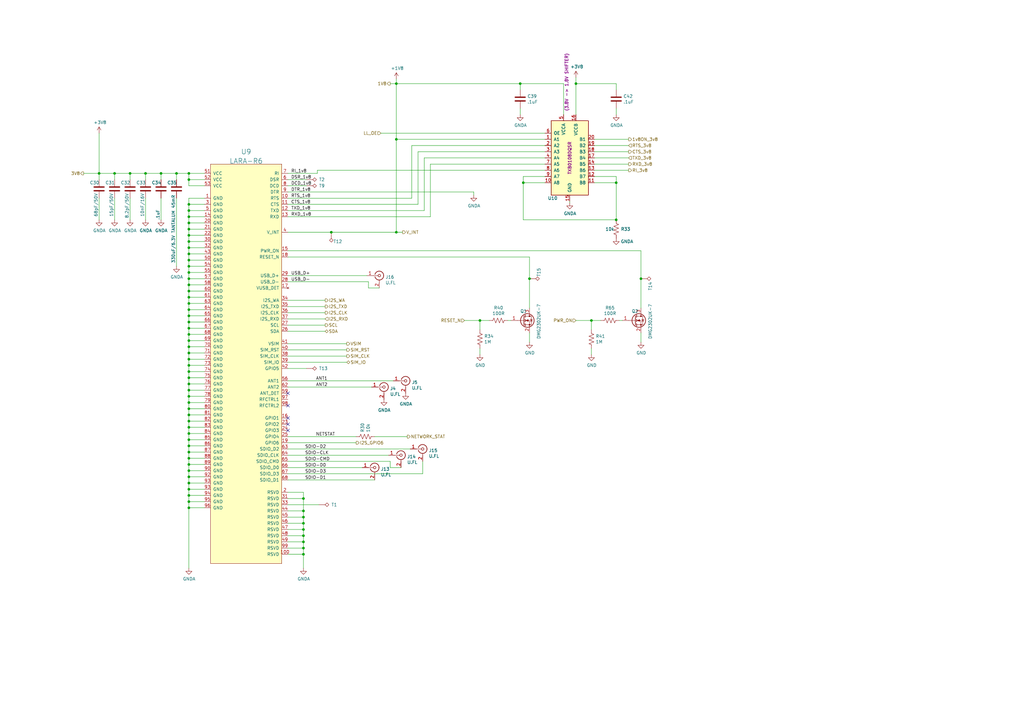
<source format=kicad_sch>
(kicad_sch (version 20211123) (generator eeschema)
  (paper "A3")
  (title_block (title "RCP 4G CELLULAR MODEM"))
  (lib_symbols
    (symbol "Connector:Conn_Coaxial" (pin_names (offset 1.016) hide)
      (property "Reference" "J" (at 0.254 3.048 0))
      (property "Value" "Conn_Coaxial" (at 2.921 0 90))
      (symbol "Conn_Coaxial_0_1"
        (arc (start -1.778 -0.508) (mid 0.222 -1.808) (end 1.778 0) (stroke (width 0.254)))
        (polyline (pts (xy -2.54 0) (xy -0.508 0)))
        (polyline (pts (xy 0 -2.54) (xy 0 -1.778)))
        (circle (center 0 0) (radius 0.508) (stroke (width 0.2032)))
        (arc (start 1.778 0) (mid 0.222 1.8083) (end -1.778 0.508) (stroke (width 0.254)))
      )
      (symbol "Conn_Coaxial_1_1"
        (pin passive line (at -5.08 0 0) (length 2.54) (name "In") (number "1"))
        (pin passive line (at 0 -5.08 90) (length 2.54) (name "Ext") (number "2"))
      )
    )
    (symbol "Connector:TestPoint_Alt" (pin_numbers hide) (pin_names (offset 0.762) hide)
      (property "Reference" "TP" (at 0 6.858 0))
      (property "Value" "TestPoint_Alt" (at 0 5.08 0))
      (symbol "TestPoint_Alt_0_1"
        (polyline (pts (xy 0 2.54) (xy -0.762 3.302) (xy 0 4.064) (xy 0.762 3.302) (xy 0 2.54)))
      )
      (symbol "TestPoint_Alt_1_1"
        (pin passive line (at 0 0 90) (length 2.54) (name "1") (number "1"))
      )
    )
    (symbol "Device:C" (pin_numbers hide) (pin_names (offset 0.254))
      (property "Reference" "C" (at 0.635 2.54 0))
      (property "Value" "C" (at 0.635 -2.54 0))
      (symbol "C_0_1"
        (polyline (pts (xy -2.032 -0.762) (xy 2.032 -0.762)) (stroke (width 0.508)))
        (polyline (pts (xy -2.032 0.762) (xy 2.032 0.762)) (stroke (width 0.508)))
      )
      (symbol "C_1_1"
        (pin passive line (at 0 3.81 270) (length 2.794) (name "~") (number "1"))
        (pin passive line (at 0 -3.81 90) (length 2.794) (name "~") (number "2"))
      )
    )
    (symbol "Device:Q_NMOS_GSD" (pin_names (offset 0) hide)
      (property "Reference" "Q" (at 5.08 1.27 0))
      (property "Value" "Q_NMOS_GSD" (at 5.08 -1.27 0))
      (symbol "Q_NMOS_GSD_0_1"
        (polyline (pts (xy 0.254 0) (xy -2.54 0)))
        (polyline (pts (xy 0.254 1.905) (xy 0.254 -1.905)) (stroke (width 0.254)))
        (polyline (pts (xy 0.762 -1.27) (xy 0.762 -2.286)) (stroke (width 0.254)))
        (polyline (pts (xy 0.762 0.508) (xy 0.762 -0.508)) (stroke (width 0.254)))
        (polyline (pts (xy 0.762 2.286) (xy 0.762 1.27)) (stroke (width 0.254)))
        (polyline (pts (xy 2.54 2.54) (xy 2.54 1.778)))
        (polyline (pts (xy 2.54 -2.54) (xy 2.54 0) (xy 0.762 0)))
        (polyline (pts (xy 0.762 -1.778) (xy 3.302 -1.778) (xy 3.302 1.778) (xy 0.762 1.778)))
        (polyline (pts (xy 1.016 0) (xy 2.032 0.381) (xy 2.032 -0.381) (xy 1.016 0)) (fill (type outline)))
        (polyline (pts (xy 2.794 0.508) (xy 2.921 0.381) (xy 3.683 0.381) (xy 3.81 0.254)))
        (polyline (pts (xy 3.302 0.381) (xy 2.921 -0.254) (xy 3.683 -0.254) (xy 3.302 0.381)))
        (circle (center 1.651 0) (radius 2.794) (stroke (width 0.254)))
        (circle (center 2.54 -1.778) (radius 0.254) (fill (type outline)))
        (circle (center 2.54 1.778) (radius 0.254) (fill (type outline)))
      )
      (symbol "Q_NMOS_GSD_1_1"
        (pin input line (at -5.08 0 0) (length 2.54) (name "G") (number "1"))
        (pin passive line (at 2.54 -5.08 90) (length 2.54) (name "S") (number "2"))
        (pin passive line (at 2.54 5.08 270) (length 2.54) (name "D") (number "3"))
      )
    )
    (symbol "Device:R_US" (pin_numbers hide) (pin_names (offset 0))
      (property "Reference" "R" (at 2.54 0 90))
      (property "Value" "R_US" (at -2.54 0 90))
      (symbol "R_US_0_1"
        (polyline (pts (xy 0 -2.286) (xy 0 -2.54)))
        (polyline (pts (xy 0 2.286) (xy 0 2.54)))
        (polyline (pts (xy 0 -0.762) (xy 1.016 -1.143) (xy 0 -1.524) (xy -1.016 -1.905) (xy 0 -2.286)))
        (polyline (pts (xy 0 0.762) (xy 1.016 0.381) (xy 0 0) (xy -1.016 -0.381) (xy 0 -0.762)))
        (polyline (pts (xy 0 2.286) (xy 1.016 1.905) (xy 0 1.524) (xy -1.016 1.143) (xy 0 0.762)))
      )
      (symbol "R_US_1_1"
        (pin passive line (at 0 3.81 270) (length 1.27) (name "~") (number "1"))
        (pin passive line (at 0 -3.81 90) (length 1.27) (name "~") (number "2"))
      )
    )
    (symbol "MyLibrary:LARA-R6" (pin_names (offset 1.016))
      (property "Reference" "U9" (at -14.605 121.92 0))
      (property "Value" "LARA-R6" (at -14.605 118.11 0))
      (symbol "LARA-R6_0_1"
        (rectangle (start -29.21 116.84) (end 0 -46.99) (fill (type background)))
      )
      (symbol "LARA-R6_1_1"
        (pin power_in line (at -31.75 102.87 0) (length 2.54) (name "GND") (number "1"))
        (pin input line (at 2.54 102.87 180) (length 2.54) (name "RTS") (number "10"))
        (pin bidirectional line (at 2.54 -43.18 180) (length 2.54) (name "RSVD") (number "100"))
        (pin output line (at 2.54 100.33 180) (length 2.54) (name "CTS") (number "11"))
        (pin input line (at 2.54 97.79 180) (length 2.54) (name "TXD") (number "12"))
        (pin output line (at 2.54 95.25 180) (length 2.54) (name "RXD") (number "13"))
        (pin power_in line (at -31.75 95.25 0) (length 2.54) (name "GND") (number "14"))
        (pin input line (at 2.54 81.28 180) (length 2.54) (name "PWR_ON") (number "15"))
        (pin bidirectional line (at 2.54 12.7 180) (length 2.54) (name "GPIO1") (number "16"))
        (pin no_connect line (at 2.54 66.04 180) (length 2.54) (name "VUSB_DET") (number "17"))
        (pin input line (at 2.54 78.74 180) (length 2.54) (name "RESET_N") (number "18"))
        (pin bidirectional line (at 2.54 2.54 180) (length 2.54) (name "GPIO6") (number "19"))
        (pin bidirectional line (at 2.54 -17.78 180) (length 2.54) (name "RSVD") (number "2"))
        (pin power_in line (at -31.75 92.71 0) (length 2.54) (name "GND") (number "20"))
        (pin power_in line (at -31.75 90.17 0) (length 2.54) (name "GND") (number "21"))
        (pin power_in line (at -31.75 87.63 0) (length 2.54) (name "GND") (number "22"))
        (pin bidirectional line (at 2.54 10.16 180) (length 2.54) (name "GPIO2") (number "23"))
        (pin bidirectional line (at 2.54 7.62 180) (length 2.54) (name "GPIO3") (number "24"))
        (pin bidirectional line (at 2.54 5.08 180) (length 2.54) (name "GPIO4") (number "25"))
        (pin bidirectional line (at 2.54 48.26 180) (length 2.54) (name "SDA") (number "26"))
        (pin output line (at 2.54 50.8 180) (length 2.54) (name "SCL") (number "27"))
        (pin bidirectional line (at 2.54 68.58 180) (length 2.54) (name "USB_D-") (number "28"))
        (pin bidirectional line (at 2.54 71.12 180) (length 2.54) (name "USB_D+") (number "29"))
        (pin bidirectional line (at -31.75 100.33 0) (length 2.54) (name "GND") (number "3"))
        (pin power_in line (at -31.75 85.09 0) (length 2.54) (name "GND") (number "30"))
        (pin bidirectional line (at 2.54 -20.32 180) (length 2.54) (name "RSVD") (number "31"))
        (pin power_in line (at -31.75 82.55 0) (length 2.54) (name "GND") (number "32"))
        (pin bidirectional line (at 2.54 -22.86 180) (length 2.54) (name "RSVD") (number "33"))
        (pin output line (at 2.54 60.96 180) (length 2.54) (name "I2S_WA") (number "34"))
        (pin output line (at 2.54 58.42 180) (length 2.54) (name "I2S_TXD") (number "35"))
        (pin output line (at 2.54 55.88 180) (length 2.54) (name "I2S_CLK") (number "36"))
        (pin input line (at 2.54 53.34 180) (length 2.54) (name "I2S_RXD") (number "37"))
        (pin output line (at 2.54 38.1 180) (length 2.54) (name "SIM_CLK") (number "38"))
        (pin bidirectional line (at 2.54 35.56 180) (length 2.54) (name "SIM_IO") (number "39"))
        (pin power_out line (at 2.54 88.9 180) (length 2.54) (name "V_INT") (number "4"))
        (pin output line (at 2.54 40.64 180) (length 2.54) (name "SIM_RST") (number "40"))
        (pin power_out line (at 2.54 43.18 180) (length 2.54) (name "VSIM") (number "41"))
        (pin bidirectional line (at 2.54 33.02 180) (length 2.54) (name "GPIO5") (number "42"))
        (pin power_in line (at -31.75 80.01 0) (length 2.54) (name "GND") (number "43"))
        (pin bidirectional line (at 2.54 -25.4 180) (length 2.54) (name "RSVD") (number "44"))
        (pin bidirectional line (at 2.54 -27.94 180) (length 2.54) (name "RSVD") (number "45"))
        (pin bidirectional line (at 2.54 -30.48 180) (length 2.54) (name "RSVD") (number "46"))
        (pin bidirectional line (at 2.54 -33.02 180) (length 2.54) (name "RSVD") (number "47"))
        (pin bidirectional line (at 2.54 -35.56 180) (length 2.54) (name "RSVD") (number "48"))
        (pin bidirectional line (at 2.54 -38.1 180) (length 2.54) (name "RSVD") (number "49"))
        (pin power_in line (at -31.75 97.79 0) (length 2.54) (name "GND") (number "5"))
        (pin power_in line (at -31.75 77.47 0) (length 2.54) (name "GND") (number "50"))
        (pin power_in line (at -31.75 113.03 0) (length 2.54) (name "VCC") (number "51"))
        (pin power_in line (at -31.75 110.49 0) (length 2.54) (name "VCC") (number "52"))
        (pin power_in line (at -31.75 107.95 0) (length 2.54) (name "VCC") (number "53"))
        (pin power_in line (at -31.75 74.93 0) (length 2.54) (name "GND") (number "54"))
        (pin power_in line (at -31.75 72.39 0) (length 2.54) (name "GND") (number "55"))
        (pin bidirectional line (at 2.54 27.94 180) (length 2.54) (name "ANT1") (number "56"))
        (pin power_in line (at -31.75 69.85 0) (length 2.54) (name "GND") (number "57"))
        (pin power_in line (at -31.75 67.31 0) (length 2.54) (name "GND") (number "58"))
        (pin input line (at 2.54 22.86 180) (length 2.54) (name "ANT_DET") (number "59"))
        (pin output line (at 2.54 110.49 180) (length 2.54) (name "DSR") (number "6"))
        (pin power_in line (at -31.75 64.77 0) (length 2.54) (name "GND") (number "60"))
        (pin power_in line (at -31.75 62.23 0) (length 2.54) (name "GND") (number "61"))
        (pin input line (at 2.54 25.4 180) (length 2.54) (name "ANT2") (number "62"))
        (pin power_in line (at -31.75 59.69 0) (length 2.54) (name "GND") (number "63"))
        (pin bidirectional line (at 2.54 0 180) (length 2.54) (name "SDIO_D2") (number "63"))
        (pin power_in line (at -31.75 57.15 0) (length 2.54) (name "GND") (number "64"))
        (pin output line (at 2.54 -2.54 180) (length 2.54) (name "SDIO_CLK") (number "64"))
        (pin power_in line (at -31.75 54.61 0) (length 2.54) (name "GND") (number "65"))
        (pin bidirectional line (at 2.54 -5.08 180) (length 2.54) (name "SDIO_CMD") (number "65"))
        (pin power_in line (at -31.75 52.07 0) (length 2.54) (name "GND") (number "66"))
        (pin bidirectional line (at 2.54 -7.62 180) (length 2.54) (name "SDIO_D0") (number "66"))
        (pin power_in line (at -31.75 49.53 0) (length 2.54) (name "GND") (number "67"))
        (pin bidirectional line (at 2.54 -10.16 180) (length 2.54) (name "SDIO_D3") (number "67"))
        (pin power_in line (at -31.75 46.99 0) (length 2.54) (name "GND") (number "68"))
        (pin bidirectional line (at 2.54 -12.7 180) (length 2.54) (name "SDIO_D1") (number "68"))
        (pin power_in line (at -31.75 44.45 0) (length 2.54) (name "GND") (number "69"))
        (pin output line (at 2.54 113.03 180) (length 2.54) (name "RI") (number "7"))
        (pin power_in line (at -31.75 41.91 0) (length 2.54) (name "GND") (number "70"))
        (pin power_in line (at -31.75 39.37 0) (length 2.54) (name "GND") (number "71"))
        (pin power_in line (at -31.75 36.83 0) (length 2.54) (name "GND") (number "72"))
        (pin power_in line (at -31.75 34.29 0) (length 2.54) (name "GND") (number "73"))
        (pin power_in line (at -31.75 31.75 0) (length 2.54) (name "GND") (number "74"))
        (pin power_in line (at -31.75 29.21 0) (length 2.54) (name "GND") (number "75"))
        (pin power_in line (at -31.75 26.67 0) (length 2.54) (name "GND") (number "76"))
        (pin power_in line (at -31.75 24.13 0) (length 2.54) (name "GND") (number "77"))
        (pin power_in line (at -31.75 21.59 0) (length 2.54) (name "GND") (number "78"))
        (pin power_in line (at -31.75 19.05 0) (length 2.54) (name "GND") (number "79"))
        (pin output line (at 2.54 107.95 180) (length 2.54) (name "DCD") (number "8"))
        (pin power_in line (at -31.75 16.51 0) (length 2.54) (name "GND") (number "80"))
        (pin power_in line (at -31.75 13.97 0) (length 2.54) (name "GND") (number "81"))
        (pin power_in line (at -31.75 11.43 0) (length 2.54) (name "GND") (number "82"))
        (pin power_in line (at -31.75 8.89 0) (length 2.54) (name "GND") (number "83"))
        (pin power_in line (at -31.75 6.35 0) (length 2.54) (name "GND") (number "84"))
        (pin power_in line (at -31.75 3.81 0) (length 2.54) (name "GND") (number "85"))
        (pin power_in line (at -31.75 1.27 0) (length 2.54) (name "GND") (number "86"))
        (pin power_in line (at -31.75 -1.27 0) (length 2.54) (name "GND") (number "87"))
        (pin power_in line (at -31.75 -3.81 0) (length 2.54) (name "GND") (number "88"))
        (pin power_in line (at -31.75 -6.35 0) (length 2.54) (name "GND") (number "89"))
        (pin input line (at 2.54 105.41 180) (length 2.54) (name "DTR") (number "9"))
        (pin power_in line (at -31.75 -8.89 0) (length 2.54) (name "GND") (number "90"))
        (pin power_in line (at -31.75 -11.43 0) (length 2.54) (name "GND") (number "92"))
        (pin power_in line (at -31.75 -16.51 0) (length 2.54) (name "GND") (number "93"))
        (pin power_in line (at -31.75 -13.97 0) (length 2.54) (name "GND") (number "93"))
        (pin power_in line (at -31.75 -19.05 0) (length 2.54) (name "GND") (number "94"))
        (pin power_in line (at -31.75 -21.59 0) (length 2.54) (name "GND") (number "95"))
        (pin power_in line (at -31.75 -24.13 0) (length 2.54) (name "GND") (number "96"))
        (pin output line (at 2.54 20.32 180) (length 2.54) (name "RFCTRL1") (number "97"))
        (pin output line (at 2.54 17.78 180) (length 2.54) (name "RFCTRL2") (number "98"))
        (pin bidirectional line (at 2.54 -40.64 180) (length 2.54) (name "RSVD") (number "99"))
      )
    )
    (symbol "MyLibrary:TXB0108DQS" (pin_names (offset 1.016))
      (property "Reference" "U" (at 5.08 -16.51 0))
      (property "Value" "MyLibrary_TXB0108DQS" (at 0 0 90))
      (symbol "TXB0108DQS_1_1"
        (rectangle (start -7.62 15.24) (end 7.62 -15.24) (stroke (width 0.254)) (fill (type background)))
        (pin bidirectional line (at -10.16 7.62 0) (length 2.54) (name "A1") (number "1"))
        (pin bidirectional line (at -10.16 -10.16 0) (length 2.54) (name "A8") (number "10"))
        (pin bidirectional line (at 10.16 -10.16 180) (length 2.54) (name "B8") (number "11"))
        (pin bidirectional line (at 10.16 -7.62 180) (length 2.54) (name "B7") (number "12"))
        (pin bidirectional line (at 10.16 -5.08 180) (length 2.54) (name "B6") (number "13"))
        (pin bidirectional line (at 10.16 -2.54 180) (length 2.54) (name "B5") (number "14"))
        (pin power_in line (at 0 -17.78 90) (length 2.54) (name "GND") (number "15"))
        (pin power_in line (at 2.54 17.78 270) (length 2.54) (name "VCCB") (number "16"))
        (pin bidirectional line (at 10.16 0 180) (length 2.54) (name "B4") (number "17"))
        (pin bidirectional line (at 10.16 2.54 180) (length 2.54) (name "B3") (number "18"))
        (pin bidirectional line (at 10.16 5.08 180) (length 2.54) (name "B2") (number "19"))
        (pin bidirectional line (at -10.16 5.08 0) (length 2.54) (name "A2") (number "2"))
        (pin bidirectional line (at 10.16 7.62 180) (length 2.54) (name "B1") (number "20"))
        (pin bidirectional line (at -10.16 2.54 0) (length 2.54) (name "A3") (number "3"))
        (pin bidirectional line (at -10.16 0 0) (length 2.54) (name "A4") (number "4"))
        (pin power_in line (at -2.54 17.78 270) (length 2.54) (name "VCCA") (number "5"))
        (pin input line (at -10.16 10.16 0) (length 2.54) (name "OE") (number "6"))
        (pin bidirectional line (at -10.16 -2.54 0) (length 2.54) (name "A5") (number "7"))
        (pin bidirectional line (at -10.16 -5.08 0) (length 2.54) (name "A6") (number "8"))
        (pin bidirectional line (at -10.16 -7.62 0) (length 2.54) (name "A7") (number "9"))
      )
    )
    (symbol "power:+1V8" (power) (pin_names (offset 0))
      (property "Value" "+1V8" (at 0 3.556 0))
      (symbol "+1V8_0_1"
        (polyline (pts (xy -0.762 1.27) (xy 0 2.54)))
        (polyline (pts (xy 0 0) (xy 0 2.54)))
        (polyline (pts (xy 0 2.54) (xy 0.762 1.27)))
      )
      (symbol "+1V8_1_1"
        (pin power_in line (at 0 0 90) (length 0) hide (name "+1V8") (number "1"))
      )
    )
    (symbol "power:+3V8" (power) (pin_names (offset 0))
      (property "Value" "+3V8" (at 0 3.556 0))
      (symbol "+3V8_0_1"
        (polyline (pts (xy -0.762 1.27) (xy 0 2.54)))
        (polyline (pts (xy 0 0) (xy 0 2.54)))
        (polyline (pts (xy 0 2.54) (xy 0.762 1.27)))
      )
      (symbol "+3V8_1_1"
        (pin power_in line (at 0 0 90) (length 0) hide (name "+3V8") (number "1"))
      )
    )
    (symbol "power:GND" (power) (pin_names (offset 0))
      (property "Value" "GND" (at 0 -3.81 0))
      (symbol "GND_0_1"
        (polyline (pts (xy 0 0) (xy 0 -1.27) (xy 1.27 -1.27) (xy 0 -2.54) (xy -1.27 -1.27) (xy 0 -1.27)))
      )
      (symbol "GND_1_1"
        (pin power_in line (at 0 0 270) (length 0) hide (name "GND") (number "1"))
      )
    )
    (symbol "power:GNDA" (power) (pin_names (offset 0))
      (property "Value" "GNDA" (at 0 -3.81 0))
      (symbol "GNDA_0_1"
        (polyline (pts (xy 0 0) (xy 0 -1.27) (xy 1.27 -1.27) (xy 0 -2.54) (xy -1.27 -1.27) (xy 0 -1.27)))
      )
      (symbol "GNDA_1_1"
        (pin power_in line (at 0 0 270) (length 0) hide (name "GNDA") (number "1"))
      )
    )
  )
  (junction (at 77.47 93.98))
  (junction (at 77.47 193.04))
  (junction (at 77.47 203.2))
  (junction (at 214.63 74.93))
  (junction (at 162.56 95.25))
  (junction (at 77.47 187.96))
  (junction (at 77.47 116.84))
  (junction (at 252.73 90.17))
  (junction (at 77.47 200.66))
  (junction (at 77.47 152.4))
  (junction (at 196.85 131.445))
  (junction (at 77.47 205.74))
  (junction (at 77.47 142.24))
  (junction (at 77.47 106.68))
  (junction (at 77.47 124.46))
  (junction (at 217.17 114.3))
  (junction (at 77.47 129.54))
  (junction (at 77.47 170.18))
  (junction (at 77.47 195.58))
  (junction (at 124.46 227.33))
  (junction (at 77.47 157.48))
  (junction (at 77.47 114.3))
  (junction (at 77.47 137.16))
  (junction (at 77.47 198.12))
  (junction (at 72.39 71.12))
  (junction (at 213.36 34.29))
  (junction (at 77.47 162.56))
  (junction (at 124.46 222.25))
  (junction (at 53.34 71.12))
  (junction (at 242.57 131.445))
  (junction (at 77.47 88.9))
  (junction (at 262.89 114.3))
  (junction (at 124.46 209.55))
  (junction (at 124.46 214.63))
  (junction (at 66.04 71.12))
  (junction (at 77.47 139.7))
  (junction (at 77.47 111.76))
  (junction (at 77.47 190.5))
  (junction (at 77.47 185.42))
  (junction (at 77.47 175.26))
  (junction (at 162.56 34.29))
  (junction (at 77.47 83.82))
  (junction (at 77.47 104.14))
  (junction (at 77.47 121.92))
  (junction (at 77.47 144.78))
  (junction (at 135.89 95.25))
  (junction (at 77.47 182.88))
  (junction (at 40.64 71.12))
  (junction (at 77.47 99.06))
  (junction (at 77.47 101.6))
  (junction (at 77.47 109.22))
  (junction (at 77.47 71.12))
  (junction (at 236.22 34.29))
  (junction (at 77.47 180.34))
  (junction (at 77.47 208.28))
  (junction (at 77.47 134.62))
  (junction (at 59.69 71.12))
  (junction (at 77.47 119.38))
  (junction (at 77.47 165.1))
  (junction (at 162.56 57.15))
  (junction (at 77.47 147.32))
  (junction (at 77.47 160.02))
  (junction (at 77.47 172.72))
  (junction (at 77.47 127))
  (junction (at 77.47 177.8))
  (junction (at 124.46 204.47))
  (junction (at 77.47 73.66))
  (junction (at 77.47 154.94))
  (junction (at 124.46 219.71))
  (junction (at 46.99 71.12))
  (junction (at 77.47 167.64))
  (junction (at 124.46 212.09))
  (junction (at 252.73 74.93))
  (junction (at 77.47 149.86))
  (junction (at 77.47 132.08))
  (junction (at 77.47 91.44))
  (junction (at 77.47 96.52))
  (junction (at 124.46 224.79))
  (junction (at 124.46 217.17))
  (junction (at 77.47 86.36))
  (no_connect (at 118.11 176.53))
  (no_connect (at 118.11 173.99))
  (no_connect (at 118.11 166.37))
  (no_connect (at 118.11 171.45))
  (no_connect (at 118.11 161.29))
  (wire (pts (xy 77.47 152.4) (xy 77.47 154.94)))
  (wire (pts (xy 77.47 76.2) (xy 83.82 76.2)))
  (wire (pts (xy 77.47 137.16) (xy 83.82 137.16)))
  (wire (pts (xy 173.355 194.31) (xy 173.355 189.23)))
  (wire (pts (xy 77.47 111.76) (xy 83.82 111.76)))
  (wire (pts (xy 77.47 167.64) (xy 77.47 170.18)))
  (wire (pts (xy 252.73 90.17) (xy 252.73 74.93)))
  (wire (pts (xy 59.69 90.17) (xy 59.69 81.28)))
  (wire (pts (xy 176.53 67.31) (xy 176.53 88.9)))
  (wire (pts (xy 77.47 116.84) (xy 77.47 119.38)))
  (wire (pts (xy 242.57 145.415) (xy 242.57 142.875)))
  (wire (pts (xy 77.47 190.5) (xy 77.47 193.04)))
  (wire (pts (xy 77.47 187.96) (xy 83.82 187.96)))
  (wire (pts (xy 77.47 106.68) (xy 83.82 106.68)))
  (wire (pts (xy 124.46 214.63) (xy 124.46 217.17)))
  (wire (pts (xy 77.47 195.58) (xy 77.47 198.12)))
  (wire (pts (xy 118.11 212.09) (xy 124.46 212.09)))
  (wire (pts (xy 118.11 191.77) (xy 148.59 191.77)))
  (wire (pts (xy 243.84 64.77) (xy 257.81 64.77)))
  (wire (pts (xy 77.47 86.36) (xy 77.47 88.9)))
  (wire (pts (xy 40.64 73.66) (xy 40.64 71.12)))
  (wire (pts (xy 77.47 165.1) (xy 77.47 167.64)))
  (wire (pts (xy 118.11 125.73) (xy 133.35 125.73)))
  (wire (pts (xy 53.34 71.12) (xy 46.99 71.12)))
  (wire (pts (xy 83.82 114.3) (xy 77.47 114.3)))
  (wire (pts (xy 118.11 115.57) (xy 151.13 115.57)))
  (wire (pts (xy 208.28 131.445) (xy 209.55 131.445)))
  (wire (pts (xy 77.47 149.86) (xy 77.47 152.4)))
  (wire (pts (xy 124.46 217.17) (xy 124.46 219.71)))
  (wire (pts (xy 118.11 222.25) (xy 124.46 222.25)))
  (wire (pts (xy 236.22 131.445) (xy 242.57 131.445)))
  (wire (pts (xy 77.47 160.02) (xy 77.47 162.56)))
  (wire (pts (xy 135.89 95.25) (xy 162.56 95.25)))
  (wire (pts (xy 77.47 104.14) (xy 77.47 106.68)))
  (wire (pts (xy 83.82 160.02) (xy 77.47 160.02)))
  (wire (pts (xy 118.11 143.51) (xy 142.24 143.51)))
  (wire (pts (xy 124.46 212.09) (xy 124.46 214.63)))
  (wire (pts (xy 262.89 136.525) (xy 262.89 140.335)))
  (wire (pts (xy 118.11 81.28) (xy 168.91 81.28)))
  (wire (pts (xy 153.67 179.07) (xy 167.005 179.07)))
  (wire (pts (xy 83.82 81.28) (xy 77.47 81.28)))
  (wire (pts (xy 59.69 71.12) (xy 66.04 71.12)))
  (wire (pts (xy 83.82 88.9) (xy 77.47 88.9)))
  (wire (pts (xy 77.47 116.84) (xy 83.82 116.84)))
  (wire (pts (xy 77.47 162.56) (xy 77.47 165.1)))
  (wire (pts (xy 77.47 200.66) (xy 77.47 203.2)))
  (wire (pts (xy 77.47 71.12) (xy 77.47 73.66)))
  (wire (pts (xy 118.11 105.41) (xy 217.17 105.41)))
  (wire (pts (xy 252.73 72.39) (xy 252.73 74.93)))
  (wire (pts (xy 118.11 189.23) (xy 160.02 189.23)))
  (wire (pts (xy 83.82 104.14) (xy 77.47 104.14)))
  (wire (pts (xy 77.47 187.96) (xy 77.47 190.5)))
  (wire (pts (xy 77.47 193.04) (xy 83.82 193.04)))
  (wire (pts (xy 160.02 34.29) (xy 162.56 34.29)))
  (wire (pts (xy 77.47 121.92) (xy 77.47 124.46)))
  (wire (pts (xy 77.47 101.6) (xy 77.47 104.14)))
  (wire (pts (xy 151.13 118.11) (xy 151.13 115.57)))
  (wire (pts (xy 118.11 86.36) (xy 173.99 86.36)))
  (wire (pts (xy 77.47 73.66) (xy 77.47 76.2)))
  (wire (pts (xy 77.47 106.68) (xy 77.47 109.22)))
  (wire (pts (xy 77.47 127) (xy 83.82 127)))
  (wire (pts (xy 77.47 119.38) (xy 77.47 121.92)))
  (wire (pts (xy 77.47 203.2) (xy 77.47 205.74)))
  (wire (pts (xy 223.52 67.31) (xy 176.53 67.31)))
  (wire (pts (xy 77.47 91.44) (xy 77.47 93.98)))
  (wire (pts (xy 77.47 198.12) (xy 83.82 198.12)))
  (wire (pts (xy 77.47 177.8) (xy 77.47 180.34)))
  (wire (pts (xy 217.17 105.41) (xy 217.17 114.3)))
  (wire (pts (xy 77.47 157.48) (xy 83.82 157.48)))
  (wire (pts (xy 118.11 201.93) (xy 124.46 201.93)))
  (wire (pts (xy 83.82 182.88) (xy 77.47 182.88)))
  (wire (pts (xy 118.11 102.87) (xy 262.89 102.87)))
  (wire (pts (xy 77.47 182.88) (xy 77.47 185.42)))
  (wire (pts (xy 252.73 34.29) (xy 252.73 36.83)))
  (wire (pts (xy 83.82 139.7) (xy 77.47 139.7)))
  (wire (pts (xy 83.82 154.94) (xy 77.47 154.94)))
  (wire (pts (xy 77.47 132.08) (xy 83.82 132.08)))
  (wire (pts (xy 173.99 64.77) (xy 223.52 64.77)))
  (wire (pts (xy 83.82 195.58) (xy 77.47 195.58)))
  (wire (pts (xy 77.47 172.72) (xy 83.82 172.72)))
  (wire (pts (xy 72.39 109.22) (xy 72.39 81.28)))
  (wire (pts (xy 118.11 156.21) (xy 161.29 156.21)))
  (wire (pts (xy 40.64 90.17) (xy 40.64 81.28)))
  (wire (pts (xy 77.47 142.24) (xy 83.82 142.24)))
  (wire (pts (xy 118.11 186.69) (xy 159.385 186.69)))
  (wire (pts (xy 214.63 90.17) (xy 252.73 90.17)))
  (wire (pts (xy 66.04 90.17) (xy 66.04 81.28)))
  (wire (pts (xy 77.47 172.72) (xy 77.47 175.26)))
  (wire (pts (xy 34.29 71.12) (xy 40.64 71.12)))
  (wire (pts (xy 77.47 185.42) (xy 77.47 187.96)))
  (wire (pts (xy 223.52 54.61) (xy 156.21 54.61)))
  (wire (pts (xy 124.46 201.93) (xy 124.46 204.47)))
  (wire (pts (xy 77.47 175.26) (xy 77.47 177.8)))
  (wire (pts (xy 257.81 67.31) (xy 243.84 67.31)))
  (wire (pts (xy 165.1 95.25) (xy 162.56 95.25)))
  (wire (pts (xy 243.84 57.15) (xy 257.81 57.15)))
  (wire (pts (xy 118.11 179.07) (xy 146.05 179.07)))
  (wire (pts (xy 77.47 142.24) (xy 77.47 144.78)))
  (wire (pts (xy 77.47 101.6) (xy 83.82 101.6)))
  (wire (pts (xy 217.17 114.3) (xy 217.17 126.365)))
  (wire (pts (xy 196.85 135.255) (xy 196.85 131.445)))
  (wire (pts (xy 118.11 207.01) (xy 130.81 207.01)))
  (wire (pts (xy 262.89 102.87) (xy 262.89 114.3)))
  (wire (pts (xy 155.575 118.11) (xy 151.13 118.11)))
  (wire (pts (xy 124.46 224.79) (xy 124.46 227.33)))
  (wire (pts (xy 77.47 139.7) (xy 77.47 142.24)))
  (wire (pts (xy 77.47 124.46) (xy 77.47 127)))
  (wire (pts (xy 77.47 208.28) (xy 77.47 233.045)))
  (wire (pts (xy 77.47 71.12) (xy 83.82 71.12)))
  (wire (pts (xy 124.46 224.79) (xy 118.11 224.79)))
  (wire (pts (xy 77.47 152.4) (xy 83.82 152.4)))
  (wire (pts (xy 77.47 157.48) (xy 77.47 160.02)))
  (wire (pts (xy 83.82 124.46) (xy 77.47 124.46)))
  (wire (pts (xy 231.14 46.99) (xy 231.14 34.29)))
  (wire (pts (xy 77.47 93.98) (xy 77.47 96.52)))
  (wire (pts (xy 118.11 123.19) (xy 133.35 123.19)))
  (wire (pts (xy 196.85 131.445) (xy 200.66 131.445)))
  (wire (pts (xy 77.47 91.44) (xy 83.82 91.44)))
  (wire (pts (xy 162.56 34.29) (xy 213.36 34.29)))
  (wire (pts (xy 77.47 198.12) (xy 77.47 200.66)))
  (wire (pts (xy 173.99 86.36) (xy 173.99 64.77)))
  (wire (pts (xy 77.47 96.52) (xy 77.47 99.06)))
  (wire (pts (xy 118.11 148.59) (xy 142.24 148.59)))
  (wire (pts (xy 118.11 76.2) (xy 125.73 76.2)))
  (wire (pts (xy 223.52 74.93) (xy 214.63 74.93)))
  (wire (pts (xy 77.47 137.16) (xy 77.47 139.7)))
  (wire (pts (xy 77.47 132.08) (xy 77.47 134.62)))
  (wire (pts (xy 59.69 73.66) (xy 59.69 71.12)))
  (wire (pts (xy 118.11 88.9) (xy 176.53 88.9)))
  (wire (pts (xy 124.46 209.55) (xy 124.46 212.09)))
  (wire (pts (xy 83.82 200.66) (xy 77.47 200.66)))
  (wire (pts (xy 83.82 149.86) (xy 77.47 149.86)))
  (wire (pts (xy 243.84 72.39) (xy 252.73 72.39)))
  (wire (pts (xy 243.84 59.69) (xy 257.81 59.69)))
  (wire (pts (xy 252.73 46.99) (xy 252.73 44.45)))
  (wire (pts (xy 233.68 83.185) (xy 233.68 82.55)))
  (wire (pts (xy 77.47 203.2) (xy 83.82 203.2)))
  (wire (pts (xy 168.91 59.69) (xy 223.52 59.69)))
  (wire (pts (xy 77.47 83.82) (xy 77.47 86.36)))
  (wire (pts (xy 77.47 109.22) (xy 77.47 111.76)))
  (wire (pts (xy 118.11 130.81) (xy 133.35 130.81)))
  (wire (pts (xy 118.11 95.25) (xy 135.89 95.25)))
  (wire (pts (xy 236.22 46.99) (xy 236.22 34.29)))
  (wire (pts (xy 124.46 209.55) (xy 118.11 209.55)))
  (wire (pts (xy 77.47 154.94) (xy 77.47 157.48)))
  (wire (pts (xy 124.46 219.71) (xy 118.11 219.71)))
  (wire (pts (xy 77.47 111.76) (xy 77.47 114.3)))
  (wire (pts (xy 83.82 119.38) (xy 77.47 119.38)))
  (wire (pts (xy 77.47 121.92) (xy 83.82 121.92)))
  (wire (pts (xy 83.82 190.5) (xy 77.47 190.5)))
  (wire (pts (xy 118.11 158.75) (xy 152.4 158.75)))
  (wire (pts (xy 83.82 205.74) (xy 77.47 205.74)))
  (wire (pts (xy 53.34 71.12) (xy 59.69 71.12)))
  (wire (pts (xy 213.36 36.83) (xy 213.36 34.29)))
  (wire (pts (xy 243.84 69.85) (xy 257.81 69.85)))
  (wire (pts (xy 118.11 181.61) (xy 146.05 181.61)))
  (wire (pts (xy 77.47 180.34) (xy 77.47 182.88)))
  (wire (pts (xy 77.47 193.04) (xy 77.47 195.58)))
  (wire (pts (xy 83.82 144.78) (xy 77.47 144.78)))
  (wire (pts (xy 118.11 194.31) (xy 173.355 194.31)))
  (wire (pts (xy 77.47 147.32) (xy 77.47 149.86)))
  (wire (pts (xy 236.22 34.29) (xy 252.73 34.29)))
  (wire (pts (xy 83.82 109.22) (xy 77.47 109.22)))
  (wire (pts (xy 118.11 146.05) (xy 142.24 146.05)))
  (wire (pts (xy 223.52 69.85) (xy 130.175 69.85)))
  (wire (pts (xy 236.22 34.29) (xy 236.22 31.75)))
  (wire (pts (xy 190.5 131.445) (xy 196.85 131.445)))
  (wire (pts (xy 83.82 177.8) (xy 77.47 177.8)))
  (wire (pts (xy 168.91 81.28) (xy 168.91 59.69)))
  (wire (pts (xy 118.11 196.85) (xy 153.67 196.85)))
  (wire (pts (xy 77.47 167.64) (xy 83.82 167.64)))
  (wire (pts (xy 83.82 83.82) (xy 77.47 83.82)))
  (wire (pts (xy 77.47 129.54) (xy 77.47 132.08)))
  (wire (pts (xy 118.11 204.47) (xy 124.46 204.47)))
  (wire (pts (xy 217.17 136.525) (xy 217.17 140.335)))
  (wire (pts (xy 83.82 93.98) (xy 77.47 93.98)))
  (wire (pts (xy 118.11 184.15) (xy 168.275 184.15)))
  (wire (pts (xy 213.36 34.29) (xy 231.14 34.29)))
  (wire (pts (xy 66.04 73.66) (xy 66.04 71.12)))
  (wire (pts (xy 83.82 185.42) (xy 77.47 185.42)))
  (wire (pts (xy 162.56 32.385) (xy 162.56 34.29)))
  (wire (pts (xy 130.175 69.85) (xy 130.175 71.12)))
  (wire (pts (xy 118.11 217.17) (xy 124.46 217.17)))
  (wire (pts (xy 171.45 62.23) (xy 171.45 83.82)))
  (wire (pts (xy 77.47 147.32) (xy 83.82 147.32)))
  (wire (pts (xy 160.02 191.77) (xy 164.465 191.77)))
  (wire (pts (xy 77.47 127) (xy 77.47 129.54)))
  (wire (pts (xy 125.73 73.66) (xy 118.11 73.66)))
  (wire (pts (xy 77.47 180.34) (xy 83.82 180.34)))
  (wire (pts (xy 77.47 162.56) (xy 83.82 162.56)))
  (wire (pts (xy 243.84 74.93) (xy 252.73 74.93)))
  (wire (pts (xy 77.47 170.18) (xy 77.47 172.72)))
  (wire (pts (xy 162.56 34.29) (xy 162.56 57.15)))
  (wire (pts (xy 83.82 99.06) (xy 77.47 99.06)))
  (wire (pts (xy 124.46 219.71) (xy 124.46 222.25)))
  (wire (pts (xy 118.11 227.33) (xy 124.46 227.33)))
  (wire (pts (xy 83.82 73.66) (xy 77.47 73.66)))
  (wire (pts (xy 118.11 128.27) (xy 133.35 128.27)))
  (wire (pts (xy 118.11 71.12) (xy 130.175 71.12)))
  (wire (pts (xy 118.11 133.35) (xy 133.35 133.35)))
  (wire (pts (xy 162.56 57.15) (xy 223.52 57.15)))
  (wire (pts (xy 242.57 131.445) (xy 246.38 131.445)))
  (wire (pts (xy 83.82 175.26) (xy 77.47 175.26)))
  (wire (pts (xy 77.47 208.28) (xy 83.82 208.28)))
  (wire (pts (xy 46.99 71.12) (xy 40.64 71.12)))
  (wire (pts (xy 162.56 95.25) (xy 162.56 57.15)))
  (wire (pts (xy 223.52 62.23) (xy 171.45 62.23)))
  (wire (pts (xy 196.85 145.415) (xy 196.85 142.875)))
  (wire (pts (xy 160.02 189.23) (xy 160.02 191.77)))
  (wire (pts (xy 77.47 86.36) (xy 83.82 86.36)))
  (wire (pts (xy 66.04 71.12) (xy 72.39 71.12)))
  (wire (pts (xy 118.11 83.82) (xy 171.45 83.82)))
  (wire (pts (xy 46.99 73.66) (xy 46.99 71.12)))
  (wire (pts (xy 257.81 62.23) (xy 243.84 62.23)))
  (wire (pts (xy 118.11 140.97) (xy 142.24 140.97)))
  (wire (pts (xy 72.39 73.66) (xy 72.39 71.12)))
  (wire (pts (xy 77.47 96.52) (xy 83.82 96.52)))
  (wire (pts (xy 83.82 134.62) (xy 77.47 134.62)))
  (wire (pts (xy 262.89 114.3) (xy 262.89 126.365)))
  (wire (pts (xy 77.47 88.9) (xy 77.47 91.44)))
  (wire (pts (xy 214.63 72.39) (xy 214.63 74.93)))
  (wire (pts (xy 124.46 222.25) (xy 124.46 224.79)))
  (wire (pts (xy 77.47 81.28) (xy 77.47 83.82)))
  (wire (pts (xy 72.39 71.12) (xy 77.47 71.12)))
  (wire (pts (xy 118.11 113.03) (xy 150.495 113.03)))
  (wire (pts (xy 124.46 204.47) (xy 124.46 209.55)))
  (wire (pts (xy 118.11 151.13) (xy 125.73 151.13)))
  (wire (pts (xy 124.46 214.63) (xy 118.11 214.63)))
  (wire (pts (xy 53.34 73.66) (xy 53.34 71.12)))
  (wire (pts (xy 124.46 227.33) (xy 124.46 233.045)))
  (wire (pts (xy 77.47 205.74) (xy 77.47 208.28)))
  (wire (pts (xy 223.52 72.39) (xy 214.63 72.39)))
  (wire (pts (xy 118.11 78.74) (xy 194.31 78.74)))
  (wire (pts (xy 83.82 129.54) (xy 77.47 129.54)))
  (wire (pts (xy 77.47 144.78) (xy 77.47 147.32)))
  (wire (pts (xy 53.34 90.17) (xy 53.34 81.28)))
  (wire (pts (xy 40.64 54.61) (xy 40.64 71.12)))
  (wire (pts (xy 242.57 135.255) (xy 242.57 131.445)))
  (wire (pts (xy 213.36 44.45) (xy 213.36 46.99)))
  (wire (pts (xy 254 131.445) (xy 255.27 131.445)))
  (wire (pts (xy 77.47 114.3) (xy 77.47 116.84)))
  (wire (pts (xy 194.31 78.74) (xy 194.31 80.01)))
  (wire (pts (xy 46.99 90.17) (xy 46.99 81.28)))
  (wire (pts (xy 77.47 134.62) (xy 77.47 137.16)))
  (wire (pts (xy 83.82 170.18) (xy 77.47 170.18)))
  (wire (pts (xy 118.11 135.89) (xy 133.35 135.89)))
  (wire (pts (xy 77.47 99.06) (xy 77.47 101.6)))
  (wire (pts (xy 214.63 74.93) (xy 214.63 90.17)))
  (wire (pts (xy 83.82 165.1) (xy 77.47 165.1)))
  (label "TXD_1v8" (at 119.38 86.36 0))
  (label "RXD_1v8" (at 119.38 88.9 0))
  (label "SDIO-CLK" (at 125.095 186.69 0))
  (label "USB_D-" (at 119.38 115.57 0))
  (label "ANT1" (at 129.54 156.21 0))
  (label "DSR_1v8" (at 119.38 73.66 0))
  (label "SDIO-D2" (at 125.095 184.15 0))
  (label "RTS_1v8" (at 119.38 81.28 0))
  (label "ANT2" (at 129.54 158.75 0))
  (label "CTS_1v8" (at 119.38 83.82 0))
  (label "SDIO-D1" (at 125.095 196.85 0))
  (label "USB_D+" (at 119.38 113.03 0))
  (label "DCD_1v8" (at 119.38 76.2 0))
  (label "SDIO-D0" (at 125.095 191.77 0))
  (label "DTR_1v8" (at 119.38 78.74 0))
  (label "NETSTAT" (at 129.54 179.07 0))
  (label "SDIO-D3" (at 125.095 194.31 0))
  (label "RI_1v8" (at 119.38 71.12 0))
  (label "SDIO-CMD" (at 125.095 189.23 0))
  (hierarchical_label "NETWORK_STAT" (shape output) (at 167.005 179.07 0))
  (hierarchical_label "SIM_IO" (shape bidirectional) (at 142.24 148.59 0))
  (hierarchical_label "SCL" (shape output) (at 133.35 133.35 0))
  (hierarchical_label "SIM_CLK" (shape output) (at 142.24 146.05 0))
  (hierarchical_label "3V8" (shape output) (at 34.29 71.12 180))
  (hierarchical_label "1v8ON_3v8" (shape output) (at 257.81 57.15 0))
  (hierarchical_label "VSIM" (shape output) (at 142.24 140.97 0))
  (hierarchical_label "RTS_3v8" (shape input) (at 257.81 59.69 0))
  (hierarchical_label "RXD_3v8" (shape output) (at 257.81 67.31 0))
  (hierarchical_label "TXD_3v8" (shape input) (at 257.81 64.77 0))
  (hierarchical_label "CTS_3v8" (shape output) (at 257.81 62.23 0))
  (hierarchical_label "I2S_GPIO6" (shape output) (at 146.05 181.61 0))
  (hierarchical_label "RI_3v8" (shape output) (at 257.81 69.85 0))
  (hierarchical_label "LL_OE" (shape input) (at 156.21 54.61 180))
  (hierarchical_label "I2S_TXD" (shape output) (at 133.35 125.73 0))
  (hierarchical_label "I2S_RXD" (shape input) (at 133.35 130.81 0))
  (hierarchical_label "SDA" (shape bidirectional) (at 133.35 135.89 0))
  (hierarchical_label "SIM_RST" (shape output) (at 142.24 143.51 0))
  (hierarchical_label "V_INT" (shape output) (at 165.1 95.25 0))
  (hierarchical_label "PWR_ON" (shape input) (at 236.22 131.445 180))
  (hierarchical_label "1V8" (shape output) (at 160.02 34.29 180))
  (hierarchical_label "I2S_CLK" (shape output) (at 133.35 128.27 0))
  (hierarchical_label "I2S_WA" (shape output) (at 133.35 123.19 0))
  (hierarchical_label "RESET_N" (shape input) (at 190.5 131.445 180))
  (symbol (lib_id "power:+3V8") (at 236.22 31.75 0) (unit 1)
    (property "Reference" "#PWR0182" (effects hide))
    (property "Value" "+3V8" (at 236.601 27.3558 0))
  )
  (symbol (lib_id "Device:C") (at 213.36 40.64 0) (unit 1)
    (property "Reference" "C39" (at 216.281 39.4716 0) (effects (justify left)))
    (property "Value" ".1uF" (at 216.281 41.783 0) (effects (justify left)))
    (property "Footprint" "Capacitor_SMD:C_0603_1608Metric" (effects hide))
  )
  (symbol (lib_id "Device:C") (at 252.73 40.64 0) (unit 1)
    (property "Reference" "C42" (at 255.651 39.4716 0) (effects (justify left)))
    (property "Value" ".1uF" (at 255.651 41.783 0) (effects (justify left)))
    (property "Footprint" "Capacitor_SMD:C_0603_1608Metric" (effects hide))
  )
  (symbol (lib_id "Connector:Conn_Coaxial") (at 157.48 158.75 0) (unit 1)
    (property "Reference" "J4" (at 159.9946 159.3596 0) (effects (justify left)))
    (property "Value" "U.FL" (at 159.9946 161.671 0) (effects (justify left)))
    (property "Footprint" "Connector_Coaxial:U.FL_Molex_MCRF_73412-0110_Vertical" (effects hide))
    (property "Datasheet" " ~" (effects hide))
    (property "Mfg. Name" "Molex" (effects hide))
    (property "Mfg. Part No." "0734120110" (effects hide))
  )
  (symbol (lib_id "power:+3V8") (at 40.64 54.61 0) (unit 1)
    (property "Reference" "#PWR0159" (effects hide))
    (property "Value" "+3V8" (at 41.021 50.2158 0))
  )
  (symbol (lib_id "Device:C") (at 40.64 77.47 0) (unit 1)
    (property "Reference" "C30" (at 36.83 74.93 0) (effects (justify left)))
    (property "Value" "68pF/50V" (at 39.37 88.9 90) (effects (justify left)))
    (property "Footprint" "Capacitor_SMD:C_0603_1608Metric" (effects hide))
    (property "Mfg. Name" "Murata" (effects hide))
    (property "Mfg. Part No." "GRM1555C1H680JA01J" (effects hide))
  )
  (symbol (lib_id "Device:C") (at 46.99 77.47 0) (unit 1)
    (property "Reference" "C31" (at 43.18 74.93 0) (effects (justify left)))
    (property "Value" "15pF/50V" (at 45.72 88.9 90) (effects (justify left)))
    (property "Footprint" "Capacitor_SMD:C_0603_1608Metric" (effects hide))
  )
  (symbol (lib_id "Device:C") (at 53.34 77.47 0) (unit 1)
    (property "Reference" "C32" (at 49.53 74.93 0) (effects (justify left)))
    (property "Value" "8.2pF/50V" (at 52.07 89.535 90) (effects (justify left)))
    (property "Footprint" "Capacitor_SMD:C_0603_1608Metric" (effects hide))
    (property "Mfg. Name" "Yageo" (effects hide))
    (property "Mfg. Part No." "CC0402DRNPO9BN8R2" (effects hide))
  )
  (symbol (lib_id "Device:C") (at 59.69 77.47 0) (unit 1)
    (property "Reference" "C33" (at 55.88 74.93 0) (effects (justify left)))
    (property "Value" "10nF/16V" (at 58.42 88.9 90) (effects (justify left)))
    (property "Footprint" "Capacitor_SMD:C_0603_1608Metric" (effects hide))
  )
  (symbol (lib_id "Device:C") (at 66.04 77.47 0) (unit 1)
    (property "Reference" "C34" (at 62.23 74.93 0) (effects (justify left)))
    (property "Value" ".1uF" (at 64.77 90.17 90) (effects (justify left)))
    (property "Footprint" "Capacitor_SMD:C_0603_1608Metric" (effects hide))
  )
  (symbol (lib_id "Device:C") (at 72.39 77.47 0) (unit 1)
    (property "Reference" "C35" (at 68.58 74.93 0) (effects (justify left)))
    (property "Value" "330uF/6.3V TANTALUM 45mR" (at 71.12 107.95 90) (effects (justify left)))
    (property "Footprint" "MyFootprints:C_2917" (effects hide))
    (property "Mfg. Name" "Kemet" (effects hide))
    (property "Mfg. Part No." "T520D337M006ATE045" (effects hide))
  )
  (symbol (lib_id "Connector:Conn_Coaxial") (at 166.37 156.21 0) (unit 1)
    (property "Reference" "J5" (at 168.8846 156.8196 0) (effects (justify left)))
    (property "Value" "U.FL" (at 168.8846 159.131 0) (effects (justify left)))
    (property "Footprint" "Connector_Coaxial:U.FL_Molex_MCRF_73412-0110_Vertical" (effects hide))
    (property "Datasheet" " ~" (effects hide))
    (property "Mfg. Name" "Molex" (effects hide))
    (property "Mfg. Part No." "0734120110" (effects hide))
  )
  (symbol (lib_id "Connector:TestPoint_Alt") (at 125.73 76.2 270) (unit 1) (in_bom no)
    (property "Reference" "T9" (at 130.81 76.2 90) (effects (justify left)))
    (property "Value" "TestPoint_Alt" (effects hide))
    (property "Footprint" "TestPoint:TestPoint_Pad_1.0x1.0mm" (effects hide))
  )
  (symbol (lib_id "Connector:TestPoint_Alt") (at 125.73 73.66 270) (unit 1) (in_bom no)
    (property "Reference" "T2" (at 130.81 73.66 90) (effects (justify left)))
    (property "Value" "TestPoint_Alt" (effects hide))
    (property "Footprint" "TestPoint:TestPoint_Pad_1.0x1.0mm" (effects hide))
  )
  (symbol (lib_id "Connector:TestPoint_Alt") (at 135.89 95.25 180) (unit 1) (in_bom no)
    (property "Reference" "T12" (at 140.335 99.06 0) (effects (justify left)))
    (property "Value" "TestPoint_Alt" (effects hide))
    (property "Footprint" "TestPoint:TestPoint_Pad_1.0x1.0mm" (effects hide))
  )
  (symbol (lib_id "Connector:TestPoint_Alt") (at 217.17 114.3 270) (unit 1) (in_bom no)
    (property "Reference" "T15" (at 220.98 109.855 0) (effects (justify left)))
    (property "Value" "TestPoint_Alt" (effects hide))
    (property "Footprint" "TestPoint:TestPoint_Pad_1.0x1.0mm" (effects hide))
  )
  (symbol (lib_id "Connector:TestPoint_Alt") (at 262.89 114.3 270) (unit 1) (in_bom no)
    (property "Reference" "T14" (at 266.7 115.57 0) (effects (justify left)))
    (property "Value" "TestPoint_Alt" (effects hide))
    (property "Footprint" "TestPoint:TestPoint_Pad_1.0x1.0mm" (effects hide))
  )
  (symbol (lib_id "Connector:TestPoint_Alt") (at 125.73 151.13 270) (unit 1) (in_bom no)
    (property "Reference" "T13" (at 130.81 151.13 90) (effects (justify left)))
    (property "Value" "TestPoint_Alt" (effects hide))
    (property "Footprint" "TestPoint:TestPoint_Pad_1.0x1.0mm" (effects hide))
  )
  (symbol (lib_id "power:GNDA") (at 40.64 90.17 0) (unit 1)
    (property "Reference" "#PWR0162" (effects hide))
    (property "Value" "GNDA" (at 40.767 94.5642 0))
  )
  (symbol (lib_id "power:GNDA") (at 46.99 90.17 0) (unit 1)
    (property "Reference" "#PWR0163" (effects hide))
    (property "Value" "GNDA" (at 47.117 94.5642 0))
  )
  (symbol (lib_id "power:GNDA") (at 53.34 90.17 0) (unit 1)
    (property "Reference" "#PWR0174" (effects hide))
    (property "Value" "GNDA" (at 53.467 94.5642 0))
  )
  (symbol (lib_id "power:GNDA") (at 59.69 90.17 0) (unit 1)
    (property "Reference" "#PWR0175" (effects hide))
    (property "Value" "GNDA" (at 59.817 94.5642 0))
  )
  (symbol (lib_id "power:GNDA") (at 66.04 90.17 0) (unit 1)
    (property "Reference" "#PWR0176" (effects hide))
    (property "Value" "GNDA" (at 66.167 94.5642 0))
  )
  (symbol (lib_id "power:GNDA") (at 72.39 109.22 0) (unit 1)
    (property "Reference" "#PWR0177" (effects hide))
    (property "Value" "GNDA" (at 72.517 113.6142 0))
  )
  (symbol (lib_id "power:GNDA") (at 194.31 80.01 0) (unit 1)
    (property "Reference" "#PWR0178" (effects hide))
    (property "Value" "GNDA" (at 194.437 84.4042 0))
  )
  (symbol (lib_id "power:GNDA") (at 213.36 46.99 0) (unit 1)
    (property "Reference" "#PWR0180" (effects hide))
    (property "Value" "GNDA" (at 213.487 51.3842 0))
  )
  (symbol (lib_id "power:GNDA") (at 252.73 46.99 0) (unit 1)
    (property "Reference" "#PWR0181" (effects hide))
    (property "Value" "GNDA" (at 252.857 51.3842 0))
  )
  (symbol (lib_id "power:GNDA") (at 233.68 83.185 0) (unit 1)
    (property "Reference" "#PWR0183" (effects hide))
    (property "Value" "GNDA" (at 233.807 87.5792 0))
  )
  (symbol (lib_id "power:GNDA") (at 166.37 161.29 0) (unit 1)
    (property "Reference" "#PWR0185" (effects hide))
    (property "Value" "GNDA" (at 166.497 165.6842 0))
  )
  (symbol (lib_id "power:GNDA") (at 157.48 163.83 0) (unit 1)
    (property "Reference" "#PWR0186" (effects hide))
    (property "Value" "GNDA" (at 157.607 168.2242 0))
  )
  (symbol (lib_id "power:GNDA") (at 124.46 233.045 0) (unit 1)
    (property "Reference" "#PWR0187" (effects hide))
    (property "Value" "GNDA" (at 124.587 237.4392 0))
  )
  (symbol (lib_id "power:GNDA") (at 77.47 233.045 0) (unit 1)
    (property "Reference" "#PWR0188" (effects hide))
    (property "Value" "GNDA" (at 77.597 237.4392 0))
  )
  (symbol (lib_id "Device:R_US") (at 196.85 139.065 0) (unit 1)
    (property "Reference" "R34" (at 198.5772 137.8966 0) (effects (justify left)))
    (property "Value" "1M" (at 198.5772 140.208 0) (effects (justify left)))
    (property "Footprint" "Resistor_SMD:R_0603_1608Metric" (effects hide))
  )
  (symbol (lib_id "Device:R_US") (at 204.47 131.445 270) (unit 1)
    (property "Reference" "R40" (at 204.47 126.238 90))
    (property "Value" "100R" (at 204.47 128.5494 90))
    (property "Footprint" "Resistor_SMD:R_0603_1608Metric" (effects hide))
  )
  (symbol (lib_id "Device:Q_NMOS_GSD") (at 214.63 131.445 0) (unit 1)
    (property "Reference" "Q1" (at 213.36 127.635 0) (effects (justify left)))
    (property "Value" "DMG2302UK-7 " (at 220.98 139.065 90) (effects (justify left)))
    (property "Footprint" "Package_TO_SOT_SMD:SOT-23" (effects hide))
    (property "Datasheet" "https://www.diodes.com/assets/Datasheets/DMG2302UK.pdf" (effects hide))
    (property "Mfg. Name" "Diodes Incorporated" (effects hide))
    (property "Mfg. Part No." "DMG2302UK-7" (effects hide))
  )
  (symbol (lib_id "power:GND") (at 217.17 140.335 0) (unit 1)
    (property "Reference" "#PWR0113" (effects hide))
    (property "Value" "GND" (at 217.297 144.7292 0))
  )
  (symbol (lib_id "power:GND") (at 196.85 145.415 0) (unit 1)
    (property "Reference" "#PWR0114" (effects hide))
    (property "Value" "GND" (at 196.977 149.8092 0))
  )
  (symbol (lib_id "Device:R_US") (at 242.57 139.065 0) (unit 1)
    (property "Reference" "R41" (at 244.2972 137.8966 0) (effects (justify left)))
    (property "Value" "1M" (at 244.2972 140.208 0) (effects (justify left)))
    (property "Footprint" "Resistor_SMD:R_0603_1608Metric" (effects hide))
  )
  (symbol (lib_id "Device:R_US") (at 250.19 131.445 270) (unit 1)
    (property "Reference" "R65" (at 250.19 126.238 90))
    (property "Value" "100R" (at 250.19 128.5494 90))
    (property "Footprint" "Resistor_SMD:R_0603_1608Metric" (effects hide))
  )
  (symbol (lib_id "Device:Q_NMOS_GSD") (at 260.35 131.445 0) (unit 1)
    (property "Reference" "Q2" (at 259.08 127.635 0) (effects (justify left)))
    (property "Value" "DMG2302UK-7 " (at 266.7 139.065 90) (effects (justify left)))
    (property "Footprint" "Package_TO_SOT_SMD:SOT-23" (effects hide))
    (property "Datasheet" "https://www.diodes.com/assets/Datasheets/DMG2302UK.pdf" (effects hide))
    (property "Mfg. Name" "Diodes Incorporated" (effects hide))
    (property "Mfg. Part No." "DMG2302UK-7" (effects hide))
  )
  (symbol (lib_id "power:GND") (at 262.89 140.335 0) (unit 1)
    (property "Reference" "#PWR0116" (effects hide))
    (property "Value" "GND" (at 263.017 144.7292 0))
  )
  (symbol (lib_id "power:GND") (at 242.57 145.415 0) (unit 1)
    (property "Reference" "#PWR0117" (effects hide))
    (property "Value" "GND" (at 242.697 149.8092 0))
  )
  (symbol (lib_id "MyLibrary:TXB0108DQS") (at 233.68 64.77 0) (unit 1)
    (property "Reference" "U10" (at 226.695 81.28 0))
    (property "Value" "Logic Shifter" (effects hide))
    (property "Footprint" "MyFootprints:TXB0108_USON-20_2x4mm_P0.4mm" (effects hide))
    (property "Datasheet" "http://www.ti.com/lit/ds/symlink/txb0108.pdf" (effects hide))
    (property "Label" "(3.8V -> 1.8V SHIFTER)" (at 232.41 33.655 90))
    (property "Mfg. Name" "TI" (effects hide))
    (property "Mfg. Part No." "TXB0108DQSR" (at 233.68 64.77 90))
  )
  (symbol (lib_id "Device:R_US") (at 252.73 93.98 0) (unit 1)
    (property "Reference" "R33" (at 254.635 93.98 0) (effects (justify left)))
    (property "Value" "10k" (at 248.285 93.98 0) (effects (justify left)))
    (property "Footprint" "Resistor_SMD:R_0603_1608Metric" (effects hide))
  )
  (symbol (lib_id "power:GNDA") (at 252.73 97.79 0) (mirror y) (unit 1)
    (property "Reference" "#PWR0169" (effects hide))
    (property "Value" "GNDA" (at 257.175 99.06 0))
  )
  (symbol (lib_id "Connector:Conn_Coaxial") (at 173.355 184.15 0) (unit 1)
    (property "Reference" "J15" (at 175.8696 184.7596 0) (effects (justify left)))
    (property "Value" "U.FL" (at 175.8696 187.071 0) (effects (justify left)))
    (property "Footprint" "Connector_Coaxial:U.FL_Molex_MCRF_73412-0110_Vertical" (effects hide))
    (property "Datasheet" " ~" (effects hide))
    (property "Mfg. Name" "Molex" (effects hide))
    (property "Mfg. Part No." "0734120110" (effects hide))
  )
  (symbol (lib_id "Connector:Conn_Coaxial") (at 155.575 113.03 0) (unit 1)
    (property "Reference" "J16" (at 158.0896 113.6396 0) (effects (justify left)))
    (property "Value" "U.FL" (at 158.0896 115.951 0) (effects (justify left)))
    (property "Footprint" "Connector_Coaxial:U.FL_Molex_MCRF_73412-0110_Vertical" (effects hide))
    (property "Datasheet" " ~" (effects hide))
    (property "Mfg. Name" "Molex" (effects hide))
    (property "Mfg. Part No." "0734120110" (effects hide))
  )
  (symbol (lib_id "Connector:Conn_Coaxial") (at 164.465 186.69 0) (unit 1)
    (property "Reference" "J14" (at 166.9796 187.2996 0) (effects (justify left)))
    (property "Value" "U.FL" (at 166.9796 189.611 0) (effects (justify left)))
    (property "Footprint" "Connector_Coaxial:U.FL_Molex_MCRF_73412-0110_Vertical" (effects hide))
    (property "Datasheet" " ~" (effects hide))
    (property "Mfg. Name" "Molex" (effects hide))
    (property "Mfg. Part No." "0734120110" (effects hide))
  )
  (symbol (lib_id "Connector:Conn_Coaxial") (at 153.67 191.77 0) (unit 1)
    (property "Reference" "J13" (at 156.1846 192.3796 0) (effects (justify left)))
    (property "Value" "U.FL" (at 156.1846 194.691 0) (effects (justify left)))
    (property "Footprint" "Connector_Coaxial:U.FL_Molex_MCRF_73412-0110_Vertical" (effects hide))
    (property "Datasheet" " ~" (effects hide))
    (property "Mfg. Name" "Molex" (effects hide))
    (property "Mfg. Part No." "0734120110" (effects hide))
  )
  (symbol (lib_id "power:+1V8") (at 162.56 32.385 0) (unit 1)
    (property "Reference" "#PWR0227" (effects hide))
    (property "Value" "+1V8" (at 162.941 27.9908 0))
  )
  (symbol (lib_id "MyLibrary:LARA-R6") (at 115.57 184.15 0) (unit 1)
    (property "Reference" "U9" (at 100.965 62.23 0) (effects (font (size 2.0066 2.0066))))
    (property "Value" "LARA-R6" (at 100.965 66.04 0) (effects (font (size 2.0066 2.0066))))
    (property "Footprint" "MyFootprints:CellModule_LARA" (effects hide))
    (property "Datasheet" "https://www.u-blox.com/en/product/toby-l2-series" (effects hide))
    (property "Mfg. Name" "u-blox" (effects hide))
    (property "Mfg. Part No." "LARA-R6" (effects hide))
  )
  (symbol (lib_id "Device:R_US") (at 149.86 179.07 90) (unit 1)
    (property "Reference" "R30" (at 148.6916 177.3428 0) (effects (justify left)))
    (property "Value" "10k" (at 151.003 177.3428 0) (effects (justify left)))
    (property "Footprint" "Resistor_SMD:R_0603_1608Metric" (effects hide))
  )
  (symbol (lib_id "Connector:TestPoint_Alt") (at 130.81 207.01 270) (unit 1) (in_bom no)
    (property "Reference" "T1" (at 135.89 207.01 90) (effects (justify left)))
    (property "Value" "TestPoint_Alt" (effects hide))
    (property "Footprint" "TestPoint:TestPoint_Pad_1.0x1.0mm" (effects hide))
  )
)
</source>
